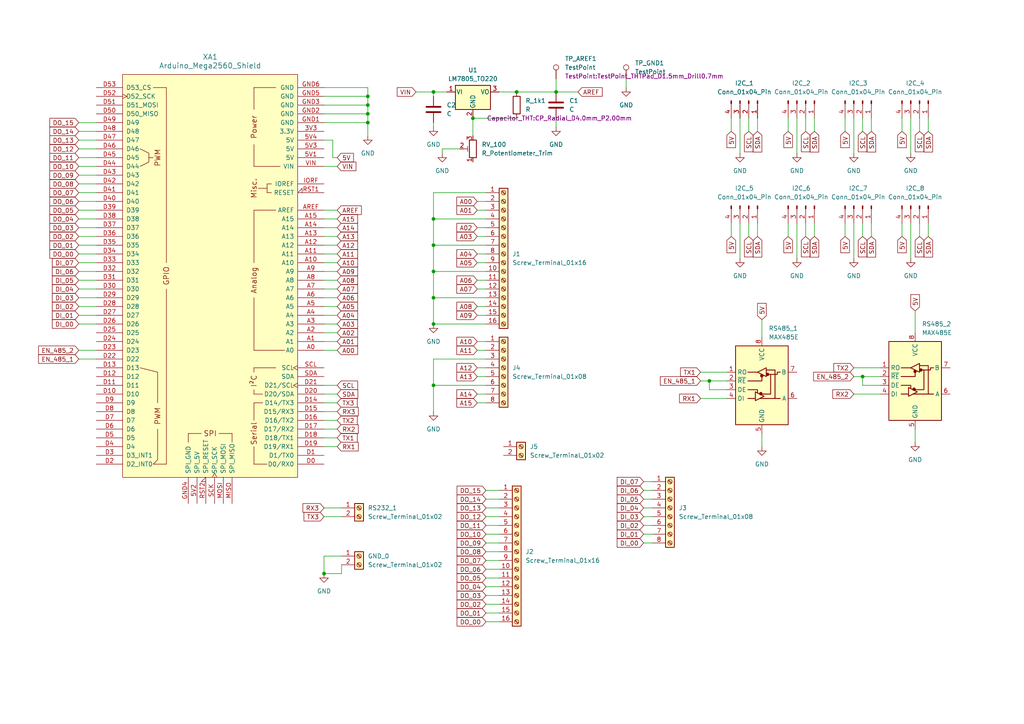
<source format=kicad_sch>
(kicad_sch (version 20230121) (generator eeschema)
  (paper "A4")
  (lib_symbols
    (symbol "Connector:Conn_01x04_Pin" (pin_names (offset 1.016) hide)
      (property "Reference" "J" (at 0 5.08 0))
      (property "Value" "Conn_01x04_Pin" (at 0 -7.62 0))
      (symbol "Conn_01x04_Pin_1_1"
        (pin passive line (at 5.08 2.54 180) (length 3.81) (name "Pin_1") (number "1"))
        (pin passive line (at 5.08 0 180) (length 3.81) (name "Pin_2") (number "2"))
        (pin passive line (at 5.08 -2.54 180) (length 3.81) (name "Pin_3") (number "3"))
        (pin passive line (at 5.08 -5.08 180) (length 3.81) (name "Pin_4") (number "4"))
      )
    )
    (symbol "Connector:Screw_Terminal_01x02" (pin_names (offset 1.016) hide)
      (property "Reference" "J" (at 0 2.54 0))
      (property "Value" "Screw_Terminal_01x02" (at 0 -5.08 0))
      (symbol "Screw_Terminal_01x02_1_1"
        (pin passive line (at -5.08 0 0) (length 3.81) (name "Pin_1") (number "1"))
        (pin passive line (at -5.08 -2.54 0) (length 3.81) (name "Pin_2") (number "2"))
      )
    )
    (symbol "Connector:Screw_Terminal_01x08" (pin_names (offset 1.016) hide)
      (property "Reference" "J" (at 0 10.16 0))
      (property "Value" "Screw_Terminal_01x08" (at 0 -12.7 0))
      (symbol "Screw_Terminal_01x08_1_1"
        (pin passive line (at -5.08 7.62 0) (length 3.81) (name "Pin_1") (number "1"))
        (pin passive line (at -5.08 5.08 0) (length 3.81) (name "Pin_2") (number "2"))
        (pin passive line (at -5.08 2.54 0) (length 3.81) (name "Pin_3") (number "3"))
        (pin passive line (at -5.08 0 0) (length 3.81) (name "Pin_4") (number "4"))
        (pin passive line (at -5.08 -2.54 0) (length 3.81) (name "Pin_5") (number "5"))
        (pin passive line (at -5.08 -5.08 0) (length 3.81) (name "Pin_6") (number "6"))
        (pin passive line (at -5.08 -7.62 0) (length 3.81) (name "Pin_7") (number "7"))
        (pin passive line (at -5.08 -10.16 0) (length 3.81) (name "Pin_8") (number "8"))
      )
    )
    (symbol "Connector:Screw_Terminal_01x16" (pin_names (offset 1.016) hide)
      (property "Reference" "J" (at 0 20.32 0))
      (property "Value" "Screw_Terminal_01x16" (at 0 -22.86 0))
      (symbol "Screw_Terminal_01x16_1_1"
        (pin passive line (at -5.08 17.78 0) (length 3.81) (name "Pin_1") (number "1"))
        (pin passive line (at -5.08 -5.08 0) (length 3.81) (name "Pin_10") (number "10"))
        (pin passive line (at -5.08 -7.62 0) (length 3.81) (name "Pin_11") (number "11"))
        (pin passive line (at -5.08 -10.16 0) (length 3.81) (name "Pin_12") (number "12"))
        (pin passive line (at -5.08 -12.7 0) (length 3.81) (name "Pin_13") (number "13"))
        (pin passive line (at -5.08 -15.24 0) (length 3.81) (name "Pin_14") (number "14"))
        (pin passive line (at -5.08 -17.78 0) (length 3.81) (name "Pin_15") (number "15"))
        (pin passive line (at -5.08 -20.32 0) (length 3.81) (name "Pin_16") (number "16"))
        (pin passive line (at -5.08 15.24 0) (length 3.81) (name "Pin_2") (number "2"))
        (pin passive line (at -5.08 12.7 0) (length 3.81) (name "Pin_3") (number "3"))
        (pin passive line (at -5.08 10.16 0) (length 3.81) (name "Pin_4") (number "4"))
        (pin passive line (at -5.08 7.62 0) (length 3.81) (name "Pin_5") (number "5"))
        (pin passive line (at -5.08 5.08 0) (length 3.81) (name "Pin_6") (number "6"))
        (pin passive line (at -5.08 2.54 0) (length 3.81) (name "Pin_7") (number "7"))
        (pin passive line (at -5.08 0 0) (length 3.81) (name "Pin_8") (number "8"))
        (pin passive line (at -5.08 -2.54 0) (length 3.81) (name "Pin_9") (number "9"))
      )
    )
    (symbol "Connector:TestPoint" (pin_numbers hide) (pin_names (offset 0.762) hide)
      (property "Reference" "TP" (at 0 6.858 0))
      (property "Value" "TestPoint" (at 0 5.08 0))
      (symbol "TestPoint_1_1"
        (pin passive line (at 0 0 90) (length 2.54) (name "1") (number "1"))
      )
    )
    (symbol "Device:C" (pin_numbers hide) (pin_names (offset 0.254))
      (property "Reference" "C" (at 0.635 2.54 0))
      (property "Value" "C" (at 0.635 -2.54 0))
      (symbol "C_1_1"
        (pin passive line (at 0 3.81 270) (length 2.794) (name "~") (number "1"))
        (pin passive line (at 0 -3.81 90) (length 2.794) (name "~") (number "2"))
      )
    )
    (symbol "Device:R" (pin_numbers hide) (pin_names (offset 0))
      (property "Reference" "R" (at 2.032 0 90))
      (property "Value" "R" (at 0 0 90))
      (symbol "R_1_1"
        (pin passive line (at 0 3.81 270) (length 1.27) (name "~") (number "1"))
        (pin passive line (at 0 -3.81 90) (length 1.27) (name "~") (number "2"))
      )
    )
    (symbol "Device:R_Potentiometer_Trim" (pin_names (offset 1.016) hide)
      (property "Reference" "RV" (at -4.445 0 90))
      (property "Value" "R_Potentiometer_Trim" (at -2.54 0 90))
      (symbol "R_Potentiometer_Trim_1_1"
        (pin passive line (at 0 3.81 270) (length 1.27) (name "1") (number "1"))
        (pin passive line (at 3.81 0 180) (length 1.27) (name "2") (number "2"))
        (pin passive line (at 0 -3.81 90) (length 1.27) (name "3") (number "3"))
      )
    )
    (symbol "Interface_UART:MAX485E"
      (property "Reference" "U" (at -6.096 11.43 0))
      (property "Value" "MAX485E" (at 0.762 11.43 0))
      (symbol "MAX485E_1_1"
        (pin output line (at -10.16 2.54 0) (length 2.54) (name "RO") (number "1"))
        (pin input line (at -10.16 0 0) (length 2.54) (name "~{RE}") (number "2"))
        (pin input line (at -10.16 -2.54 0) (length 2.54) (name "DE") (number "3"))
        (pin input line (at -10.16 -5.08 0) (length 2.54) (name "DI") (number "4"))
        (pin power_in line (at 0 -15.24 90) (length 2.54) (name "GND") (number "5"))
        (pin bidirectional line (at 10.16 -5.08 180) (length 2.54) (name "A") (number "6"))
        (pin bidirectional line (at 10.16 2.54 180) (length 2.54) (name "B") (number "7"))
        (pin power_in line (at 0 12.7 270) (length 2.54) (name "VCC") (number "8"))
      )
    )
    (symbol "PCM_arduino-library:Arduino_Mega2560_Shield" (pin_names (offset 1.016))
      (property "Reference" "XA" (at 0 -62.23 0))
      (property "Value" "Arduino_Mega2560_Shield" (at 0 -66.04 0))
      (symbol "Arduino_Mega2560_Shield_0_0"
        (text "Analog" (at -12.7 1.27 900) (effects (font (size 1.524 1.524))))
        (text "I²C" (at -12.7 30.48 900) (effects (font (size 1.524 1.524))))
        (text "Misc." (at -12.7 -25.4 900) (effects (font (size 1.524 1.524))))
        (text "Power" (at -12.7 -43.18 900) (effects (font (size 1.524 1.524))))
        (text "PWM" (at 15.24 -34.29 900) (effects (font (size 1.524 1.524))))
        (text "PWM" (at 15.24 40.64 900) (effects (font (size 1.524 1.524))))
        (text "Serial" (at -12.7 45.72 900) (effects (font (size 1.524 1.524))))
        (text "SPI" (at 0 45.72 0) (effects (font (size 1.524 1.524))))
      )
      (symbol "Arduino_Mega2560_Shield_1_0"
        (text "GPIO" (at 12.7 0 900) (effects (font (size 1.524 1.524))))
      )
      (symbol "Arduino_Mega2560_Shield_1_1"
        (pin power_out line (at -33.02 -41.91 0) (length 7.62) (name "3.3V") (number "3V3"))
        (pin power_in line (at -33.02 -34.29 0) (length 7.62) (name "5V") (number "5V1"))
        (pin power_in line (at 3.81 66.04 270) (length 7.62) (name "SPI_5V") (number "5V2"))
        (pin power_in line (at -33.02 -36.83 0) (length 7.62) (name "5V") (number "5V3"))
        (pin power_in line (at -33.02 -39.37 0) (length 7.62) (name "5V") (number "5V4"))
        (pin bidirectional line (at -33.02 21.59 0) (length 7.62) (name "A0") (number "A0"))
        (pin bidirectional line (at -33.02 19.05 0) (length 7.62) (name "A1") (number "A1"))
        (pin bidirectional line (at -33.02 -3.81 0) (length 7.62) (name "A10") (number "A10"))
        (pin bidirectional line (at -33.02 -6.35 0) (length 7.62) (name "A11") (number "A11"))
        (pin bidirectional line (at -33.02 -8.89 0) (length 7.62) (name "A12") (number "A12"))
        (pin bidirectional line (at -33.02 -11.43 0) (length 7.62) (name "A13") (number "A13"))
        (pin bidirectional line (at -33.02 -13.97 0) (length 7.62) (name "A14") (number "A14"))
        (pin bidirectional line (at -33.02 -16.51 0) (length 7.62) (name "A15") (number "A15"))
        (pin bidirectional line (at -33.02 16.51 0) (length 7.62) (name "A2") (number "A2"))
        (pin bidirectional line (at -33.02 13.97 0) (length 7.62) (name "A3") (number "A3"))
        (pin bidirectional line (at -33.02 11.43 0) (length 7.62) (name "A4") (number "A4"))
        (pin bidirectional line (at -33.02 8.89 0) (length 7.62) (name "A5") (number "A5"))
        (pin bidirectional line (at -33.02 6.35 0) (length 7.62) (name "A6") (number "A6"))
        (pin bidirectional line (at -33.02 3.81 0) (length 7.62) (name "A7") (number "A7"))
        (pin bidirectional line (at -33.02 1.27 0) (length 7.62) (name "A8") (number "A8"))
        (pin bidirectional line (at -33.02 -1.27 0) (length 7.62) (name "A9") (number "A9"))
        (pin input line (at -33.02 -19.05 0) (length 7.62) (name "AREF") (number "AREF"))
        (pin bidirectional line (at -33.02 54.61 0) (length 7.62) (name "D0/RX0") (number "D0"))
        (pin bidirectional line (at -33.02 52.07 0) (length 7.62) (name "D1/TX0") (number "D1"))
        (pin bidirectional line (at 33.02 34.29 180) (length 7.62) (name "D10") (number "D10"))
        (pin bidirectional line (at 33.02 31.75 180) (length 7.62) (name "D11") (number "D11"))
        (pin bidirectional line (at 33.02 29.21 180) (length 7.62) (name "D12") (number "D12"))
        (pin bidirectional line (at 33.02 26.67 180) (length 7.62) (name "D13") (number "D13"))
        (pin bidirectional line (at -33.02 36.83 0) (length 7.62) (name "D14/TX3") (number "D14"))
        (pin bidirectional line (at -33.02 39.37 0) (length 7.62) (name "D15/RX3") (number "D15"))
        (pin bidirectional line (at -33.02 41.91 0) (length 7.62) (name "D16/TX2") (number "D16"))
        (pin bidirectional line (at -33.02 44.45 0) (length 7.62) (name "D17/RX2") (number "D17"))
        (pin bidirectional line (at -33.02 46.99 0) (length 7.62) (name "D18/TX1") (number "D18"))
        (pin bidirectional line (at -33.02 49.53 0) (length 7.62) (name "D19/RX1") (number "D19"))
        (pin bidirectional line (at 33.02 54.61 180) (length 7.62) (name "D2_INT0") (number "D2"))
        (pin bidirectional line (at -33.02 34.29 0) (length 7.62) (name "D20/SDA") (number "D20"))
        (pin bidirectional clock (at -33.02 31.75 0) (length 7.62) (name "D21/SCL") (number "D21"))
        (pin bidirectional line (at 33.02 24.13 180) (length 7.62) (name "D22") (number "D22"))
        (pin bidirectional line (at 33.02 21.59 180) (length 7.62) (name "D23") (number "D23"))
        (pin bidirectional line (at 33.02 19.05 180) (length 7.62) (name "D24") (number "D24"))
        (pin bidirectional line (at 33.02 16.51 180) (length 7.62) (name "D25") (number "D25"))
        (pin bidirectional line (at 33.02 13.97 180) (length 7.62) (name "D26") (number "D26"))
        (pin bidirectional line (at 33.02 11.43 180) (length 7.62) (name "D27") (number "D27"))
        (pin bidirectional line (at 33.02 8.89 180) (length 7.62) (name "D28") (number "D28"))
        (pin bidirectional line (at 33.02 6.35 180) (length 7.62) (name "D29") (number "D29"))
        (pin bidirectional line (at 33.02 52.07 180) (length 7.62) (name "D3_INT1") (number "D3"))
        (pin bidirectional line (at 33.02 3.81 180) (length 7.62) (name "D30") (number "D30"))
        (pin bidirectional line (at 33.02 1.27 180) (length 7.62) (name "D31") (number "D31"))
        (pin bidirectional line (at 33.02 -1.27 180) (length 7.62) (name "D32") (number "D32"))
        (pin bidirectional line (at 33.02 -3.81 180) (length 7.62) (name "D33") (number "D33"))
        (pin bidirectional line (at 33.02 -6.35 180) (length 7.62) (name "D34") (number "D34"))
        (pin bidirectional line (at 33.02 -8.89 180) (length 7.62) (name "D35") (number "D35"))
        (pin bidirectional line (at 33.02 -11.43 180) (length 7.62) (name "D36") (number "D36"))
        (pin bidirectional line (at 33.02 -13.97 180) (length 7.62) (name "D37") (number "D37"))
        (pin bidirectional line (at 33.02 -16.51 180) (length 7.62) (name "D38") (number "D38"))
        (pin bidirectional line (at 33.02 -19.05 180) (length 7.62) (name "D39") (number "D39"))
        (pin bidirectional line (at 33.02 49.53 180) (length 7.62) (name "D4") (number "D4"))
        (pin bidirectional line (at 33.02 -21.59 180) (length 7.62) (name "D40") (number "D40"))
        (pin bidirectional line (at 33.02 -24.13 180) (length 7.62) (name "D41") (number "D41"))
        (pin bidirectional line (at 33.02 -26.67 180) (length 7.62) (name "D42") (number "D42"))
        (pin bidirectional line (at 33.02 -29.21 180) (length 7.62) (name "D43") (number "D43"))
        (pin bidirectional line (at 33.02 -31.75 180) (length 7.62) (name "D44") (number "D44"))
        (pin bidirectional line (at 33.02 -34.29 180) (length 7.62) (name "D45") (number "D45"))
        (pin bidirectional line (at 33.02 -36.83 180) (length 7.62) (name "D46") (number "D46"))
        (pin bidirectional line (at 33.02 -39.37 180) (length 7.62) (name "D47") (number "D47"))
        (pin bidirectional line (at 33.02 -41.91 180) (length 7.62) (name "D48") (number "D48"))
        (pin bidirectional line (at 33.02 -44.45 180) (length 7.62) (name "D49") (number "D49"))
        (pin bidirectional line (at 33.02 46.99 180) (length 7.62) (name "D5") (number "D5"))
        (pin bidirectional line (at 33.02 -46.99 180) (length 7.62) (name "D50_MISO") (number "D50"))
        (pin bidirectional line (at 33.02 -49.53 180) (length 7.62) (name "D51_MOSI") (number "D51"))
        (pin bidirectional clock (at 33.02 -52.07 180) (length 7.62) (name "D52_SCK") (number "D52"))
        (pin bidirectional line (at 33.02 -54.61 180) (length 7.62) (name "D53_CS") (number "D53"))
        (pin bidirectional line (at 33.02 44.45 180) (length 7.62) (name "D6") (number "D6"))
        (pin bidirectional line (at 33.02 41.91 180) (length 7.62) (name "D7") (number "D7"))
        (pin bidirectional line (at 33.02 39.37 180) (length 7.62) (name "D8") (number "D8"))
        (pin bidirectional line (at 33.02 36.83 180) (length 7.62) (name "D9") (number "D9"))
        (pin power_in line (at -33.02 -44.45 0) (length 7.62) (name "GND") (number "GND1"))
        (pin power_in line (at -33.02 -46.99 0) (length 7.62) (name "GND") (number "GND2"))
        (pin power_in line (at -33.02 -49.53 0) (length 7.62) (name "GND") (number "GND3"))
        (pin power_in line (at 6.35 66.04 270) (length 7.62) (name "SPI_GND") (number "GND4"))
        (pin power_in line (at -33.02 -52.07 0) (length 7.62) (name "GND") (number "GND5"))
        (pin power_in line (at -33.02 -54.61 0) (length 7.62) (name "GND") (number "GND6"))
        (pin output line (at -33.02 -26.67 0) (length 7.62) (name "IOREF") (number "IORF"))
        (pin input line (at -6.35 66.04 270) (length 7.62) (name "SPI_MISO") (number "MISO"))
        (pin output line (at -3.81 66.04 270) (length 7.62) (name "SPI_MOSI") (number "MOSI"))
        (pin open_collector input_low (at -33.02 -24.13 0) (length 7.62) (name "RESET") (number "RST1"))
        (pin open_collector input_low (at 1.27 66.04 270) (length 7.62) (name "SPI_RESET") (number "RST2"))
        (pin output clock (at -1.27 66.04 270) (length 7.62) (name "SPI_SCK") (number "SCK"))
        (pin bidirectional clock (at -33.02 26.67 0) (length 7.62) (name "SCL") (number "SCL"))
        (pin bidirectional line (at -33.02 29.21 0) (length 7.62) (name "SDA") (number "SDA"))
        (pin power_in line (at -33.02 -31.75 0) (length 7.62) (name "VIN") (number "VIN"))
      )
    )
    (symbol "Regulator_Linear:LM7805_TO220" (pin_names (offset 0.254))
      (property "Reference" "U" (at -3.81 3.175 0))
      (property "Value" "LM7805_TO220" (at 0 3.175 0))
      (symbol "LM7805_TO220_1_1"
        (pin power_in line (at -7.62 0 0) (length 2.54) (name "VI") (number "1"))
        (pin power_in line (at 0 -7.62 90) (length 2.54) (name "GND") (number "2"))
        (pin power_out line (at 7.62 0 180) (length 2.54) (name "VO") (number "3"))
      )
    )
    (symbol "power:GND" (power) (pin_names (offset 0))
      (property "Value" "GND" (at 0 -3.81 0))
      (symbol "GND_1_1"
        (pin power_in line (at 0 0 270) (length 0) hide (name "GND") (number "1"))
      )
    )
  )
  (junction (at 106.68 27.94))
  (junction (at 106.68 35.56))
  (junction (at 125.73 111.76))
  (junction (at 250.19 109.22))
  (junction (at 137.16 34.29))
  (junction (at 106.68 33.02))
  (junction (at 125.73 86.36))
  (junction (at 149.86 26.67))
  (junction (at 125.73 26.67))
  (junction (at 125.73 71.12))
  (junction (at 125.73 63.5))
  (junction (at 125.73 78.74))
  (junction (at 125.73 93.98))
  (junction (at 106.68 30.48))
  (junction (at 93.98 166.37))
  (junction (at 205.74 110.49))
  (junction (at 161.29 26.67))
  (wire (pts (xy 93.98 33.02) (xy 106.68 33.02)))
  (wire (pts (xy 128.27 43.18) (xy 128.27 44.45)))
  (wire (pts (xy 186.69 142.24) (xy 189.23 142.24)))
  (wire (pts (xy 140.97 165.1) (xy 144.78 165.1)))
  (wire (pts (xy 93.98 161.29) (xy 93.98 166.37)))
  (wire (pts (xy 93.98 83.82) (xy 97.79 83.82)))
  (wire (pts (xy 125.73 26.67) (xy 125.73 27.94)))
  (wire (pts (xy 22.86 91.44) (xy 27.94 91.44)))
  (wire (pts (xy 220.98 92.71) (xy 220.98 97.79)))
  (wire (pts (xy 93.98 147.32) (xy 99.06 147.32)))
  (wire (pts (xy 138.43 68.58) (xy 140.97 68.58)))
  (wire (pts (xy 22.86 104.14) (xy 27.94 104.14)))
  (wire (pts (xy 22.86 60.96) (xy 27.94 60.96)))
  (wire (pts (xy 186.69 144.78) (xy 189.23 144.78)))
  (wire (pts (xy 210.82 113.03) (xy 205.74 113.03)))
  (wire (pts (xy 219.71 34.29) (xy 219.71 38.1)))
  (wire (pts (xy 250.19 34.29) (xy 250.19 38.1)))
  (wire (pts (xy 203.2 110.49) (xy 205.74 110.49)))
  (wire (pts (xy 247.65 114.3) (xy 255.27 114.3)))
  (wire (pts (xy 203.2 115.57) (xy 210.82 115.57)))
  (wire (pts (xy 138.43 58.42) (xy 140.97 58.42)))
  (wire (pts (xy 93.98 129.54) (xy 97.79 129.54)))
  (wire (pts (xy 93.98 68.58) (xy 97.79 68.58)))
  (wire (pts (xy 93.98 166.37) (xy 99.06 166.37)))
  (wire (pts (xy 106.68 33.02) (xy 106.68 35.56)))
  (wire (pts (xy 125.73 35.56) (xy 125.73 36.83)))
  (wire (pts (xy 214.63 64.77) (xy 214.63 74.93)))
  (wire (pts (xy 228.6 34.29) (xy 228.6 38.1)))
  (wire (pts (xy 255.27 111.76) (xy 250.19 111.76)))
  (wire (pts (xy 261.62 64.77) (xy 261.62 68.58)))
  (wire (pts (xy 140.97 111.76) (xy 125.73 111.76)))
  (wire (pts (xy 138.43 66.04) (xy 140.97 66.04)))
  (wire (pts (xy 93.98 81.28) (xy 97.79 81.28)))
  (wire (pts (xy 228.6 64.77) (xy 228.6 68.58)))
  (wire (pts (xy 22.86 86.36) (xy 27.94 86.36)))
  (wire (pts (xy 106.68 25.4) (xy 106.68 27.94)))
  (wire (pts (xy 96.52 45.72) (xy 97.79 45.72)))
  (wire (pts (xy 22.86 35.56) (xy 27.94 35.56)))
  (wire (pts (xy 125.73 55.88) (xy 125.73 63.5)))
  (wire (pts (xy 140.97 63.5) (xy 125.73 63.5)))
  (wire (pts (xy 93.98 116.84) (xy 97.79 116.84)))
  (wire (pts (xy 140.97 175.26) (xy 144.78 175.26)))
  (wire (pts (xy 265.43 124.46) (xy 265.43 128.27)))
  (wire (pts (xy 245.11 64.77) (xy 245.11 68.58)))
  (wire (pts (xy 93.98 127) (xy 97.79 127)))
  (wire (pts (xy 140.97 170.18) (xy 144.78 170.18)))
  (wire (pts (xy 22.86 38.1) (xy 27.94 38.1)))
  (wire (pts (xy 93.98 78.74) (xy 97.79 78.74)))
  (wire (pts (xy 99.06 161.29) (xy 93.98 161.29)))
  (wire (pts (xy 137.16 34.29) (xy 137.16 39.37)))
  (wire (pts (xy 106.68 27.94) (xy 106.68 30.48)))
  (wire (pts (xy 22.86 78.74) (xy 27.94 78.74)))
  (wire (pts (xy 93.98 63.5) (xy 97.79 63.5)))
  (wire (pts (xy 149.86 34.29) (xy 137.16 34.29)))
  (wire (pts (xy 125.73 71.12) (xy 125.73 78.74)))
  (wire (pts (xy 250.19 64.77) (xy 250.19 68.58)))
  (wire (pts (xy 138.43 60.96) (xy 140.97 60.96)))
  (wire (pts (xy 217.17 34.29) (xy 217.17 38.1)))
  (wire (pts (xy 140.97 154.94) (xy 144.78 154.94)))
  (wire (pts (xy 140.97 172.72) (xy 144.78 172.72)))
  (wire (pts (xy 161.29 22.86) (xy 161.29 26.67)))
  (wire (pts (xy 255.27 109.22) (xy 250.19 109.22)))
  (wire (pts (xy 261.62 34.29) (xy 261.62 38.1)))
  (wire (pts (xy 22.86 55.88) (xy 27.94 55.88)))
  (wire (pts (xy 266.7 34.29) (xy 266.7 38.1)))
  (wire (pts (xy 125.73 111.76) (xy 125.73 119.38)))
  (wire (pts (xy 217.17 64.77) (xy 217.17 68.58)))
  (wire (pts (xy 22.86 88.9) (xy 27.94 88.9)))
  (wire (pts (xy 212.09 64.77) (xy 212.09 68.58)))
  (wire (pts (xy 93.98 101.6) (xy 97.79 101.6)))
  (wire (pts (xy 22.86 48.26) (xy 27.94 48.26)))
  (wire (pts (xy 93.98 86.36) (xy 97.79 86.36)))
  (wire (pts (xy 125.73 78.74) (xy 125.73 86.36)))
  (wire (pts (xy 93.98 27.94) (xy 106.68 27.94)))
  (wire (pts (xy 138.43 99.06) (xy 140.97 99.06)))
  (wire (pts (xy 138.43 76.2) (xy 140.97 76.2)))
  (wire (pts (xy 22.86 73.66) (xy 27.94 73.66)))
  (wire (pts (xy 125.73 63.5) (xy 125.73 71.12)))
  (wire (pts (xy 220.98 125.73) (xy 220.98 129.54)))
  (wire (pts (xy 264.16 34.29) (xy 264.16 44.45)))
  (wire (pts (xy 233.68 64.77) (xy 233.68 68.58)))
  (wire (pts (xy 125.73 104.14) (xy 125.73 111.76)))
  (wire (pts (xy 93.98 96.52) (xy 97.79 96.52)))
  (wire (pts (xy 144.78 26.67) (xy 149.86 26.67)))
  (wire (pts (xy 140.97 167.64) (xy 144.78 167.64)))
  (wire (pts (xy 250.19 111.76) (xy 250.19 109.22)))
  (wire (pts (xy 22.86 71.12) (xy 27.94 71.12)))
  (wire (pts (xy 140.97 149.86) (xy 144.78 149.86)))
  (wire (pts (xy 138.43 73.66) (xy 140.97 73.66)))
  (wire (pts (xy 93.98 91.44) (xy 97.79 91.44)))
  (wire (pts (xy 161.29 34.29) (xy 161.29 36.83)))
  (wire (pts (xy 22.86 68.58) (xy 27.94 68.58)))
  (wire (pts (xy 22.86 40.64) (xy 27.94 40.64)))
  (wire (pts (xy 265.43 90.17) (xy 265.43 96.52)))
  (wire (pts (xy 22.86 43.18) (xy 27.94 43.18)))
  (wire (pts (xy 125.73 86.36) (xy 125.73 93.98)))
  (wire (pts (xy 138.43 88.9) (xy 140.97 88.9)))
  (wire (pts (xy 212.09 34.29) (xy 212.09 38.1)))
  (wire (pts (xy 93.98 149.86) (xy 99.06 149.86)))
  (wire (pts (xy 22.86 76.2) (xy 27.94 76.2)))
  (wire (pts (xy 205.74 113.03) (xy 205.74 110.49)))
  (wire (pts (xy 140.97 147.32) (xy 144.78 147.32)))
  (wire (pts (xy 140.97 157.48) (xy 144.78 157.48)))
  (wire (pts (xy 247.65 34.29) (xy 247.65 44.45)))
  (wire (pts (xy 138.43 114.3) (xy 140.97 114.3)))
  (wire (pts (xy 138.43 106.68) (xy 140.97 106.68)))
  (wire (pts (xy 236.22 64.77) (xy 236.22 68.58)))
  (wire (pts (xy 186.69 157.48) (xy 189.23 157.48)))
  (wire (pts (xy 22.86 101.6) (xy 27.94 101.6)))
  (wire (pts (xy 186.69 149.86) (xy 189.23 149.86)))
  (wire (pts (xy 264.16 64.77) (xy 264.16 74.93)))
  (wire (pts (xy 133.35 43.18) (xy 128.27 43.18)))
  (wire (pts (xy 93.98 76.2) (xy 97.79 76.2)))
  (wire (pts (xy 181.61 22.86) (xy 181.61 25.4)))
  (wire (pts (xy 247.65 64.77) (xy 247.65 74.93)))
  (wire (pts (xy 140.97 144.78) (xy 144.78 144.78)))
  (wire (pts (xy 247.65 106.68) (xy 255.27 106.68)))
  (wire (pts (xy 140.97 152.4) (xy 144.78 152.4)))
  (wire (pts (xy 106.68 35.56) (xy 106.68 39.37)))
  (wire (pts (xy 93.98 119.38) (xy 97.79 119.38)))
  (wire (pts (xy 22.86 81.28) (xy 27.94 81.28)))
  (wire (pts (xy 252.73 34.29) (xy 252.73 38.1)))
  (wire (pts (xy 93.98 30.48) (xy 106.68 30.48)))
  (wire (pts (xy 106.68 30.48) (xy 106.68 33.02)))
  (wire (pts (xy 138.43 91.44) (xy 140.97 91.44)))
  (wire (pts (xy 93.98 35.56) (xy 106.68 35.56)))
  (wire (pts (xy 120.65 26.67) (xy 125.73 26.67)))
  (wire (pts (xy 269.24 64.77) (xy 269.24 68.58)))
  (wire (pts (xy 236.22 34.29) (xy 236.22 38.1)))
  (wire (pts (xy 247.65 109.22) (xy 250.19 109.22)))
  (wire (pts (xy 138.43 116.84) (xy 140.97 116.84)))
  (wire (pts (xy 252.73 64.77) (xy 252.73 68.58)))
  (wire (pts (xy 93.98 40.64) (xy 96.52 40.64)))
  (wire (pts (xy 231.14 64.77) (xy 231.14 74.93)))
  (wire (pts (xy 93.98 25.4) (xy 106.68 25.4)))
  (wire (pts (xy 22.86 93.98) (xy 27.94 93.98)))
  (wire (pts (xy 93.98 66.04) (xy 97.79 66.04)))
  (wire (pts (xy 93.98 99.06) (xy 97.79 99.06)))
  (wire (pts (xy 138.43 83.82) (xy 140.97 83.82)))
  (wire (pts (xy 93.98 121.92) (xy 97.79 121.92)))
  (wire (pts (xy 138.43 81.28) (xy 140.97 81.28)))
  (wire (pts (xy 214.63 34.29) (xy 214.63 44.45)))
  (wire (pts (xy 93.98 124.46) (xy 97.79 124.46)))
  (wire (pts (xy 140.97 86.36) (xy 125.73 86.36)))
  (wire (pts (xy 186.69 152.4) (xy 189.23 152.4)))
  (wire (pts (xy 93.98 88.9) (xy 97.79 88.9)))
  (wire (pts (xy 93.98 93.98) (xy 97.79 93.98)))
  (wire (pts (xy 140.97 142.24) (xy 144.78 142.24)))
  (wire (pts (xy 140.97 71.12) (xy 125.73 71.12)))
  (wire (pts (xy 93.98 111.76) (xy 97.79 111.76)))
  (wire (pts (xy 140.97 55.88) (xy 125.73 55.88)))
  (wire (pts (xy 22.86 66.04) (xy 27.94 66.04)))
  (wire (pts (xy 125.73 26.67) (xy 129.54 26.67)))
  (wire (pts (xy 140.97 160.02) (xy 144.78 160.02)))
  (wire (pts (xy 161.29 26.67) (xy 167.64 26.67)))
  (wire (pts (xy 93.98 48.26) (xy 97.79 48.26)))
  (wire (pts (xy 149.86 26.67) (xy 161.29 26.67)))
  (wire (pts (xy 22.86 50.8) (xy 27.94 50.8)))
  (wire (pts (xy 140.97 177.8) (xy 144.78 177.8)))
  (wire (pts (xy 233.68 34.29) (xy 233.68 38.1)))
  (wire (pts (xy 93.98 60.96) (xy 97.79 60.96)))
  (wire (pts (xy 125.73 93.98) (xy 140.97 93.98)))
  (wire (pts (xy 22.86 58.42) (xy 27.94 58.42)))
  (wire (pts (xy 186.69 147.32) (xy 189.23 147.32)))
  (wire (pts (xy 22.86 53.34) (xy 27.94 53.34)))
  (wire (pts (xy 22.86 45.72) (xy 27.94 45.72)))
  (wire (pts (xy 231.14 34.29) (xy 231.14 44.45)))
  (wire (pts (xy 93.98 114.3) (xy 97.79 114.3)))
  (wire (pts (xy 22.86 63.5) (xy 27.94 63.5)))
  (wire (pts (xy 269.24 34.29) (xy 269.24 38.1)))
  (wire (pts (xy 93.98 71.12) (xy 97.79 71.12)))
  (wire (pts (xy 99.06 166.37) (xy 99.06 163.83)))
  (wire (pts (xy 186.69 139.7) (xy 189.23 139.7)))
  (wire (pts (xy 138.43 101.6) (xy 140.97 101.6)))
  (wire (pts (xy 140.97 104.14) (xy 125.73 104.14)))
  (wire (pts (xy 205.74 110.49) (xy 210.82 110.49)))
  (wire (pts (xy 203.2 107.95) (xy 210.82 107.95)))
  (wire (pts (xy 96.52 40.64) (xy 96.52 45.72)))
  (wire (pts (xy 245.11 34.29) (xy 245.11 38.1)))
  (wire (pts (xy 266.7 64.77) (xy 266.7 68.58)))
  (wire (pts (xy 140.97 162.56) (xy 144.78 162.56)))
  (wire (pts (xy 219.71 64.77) (xy 219.71 68.58)))
  (wire (pts (xy 140.97 180.34) (xy 144.78 180.34)))
  (wire (pts (xy 22.86 83.82) (xy 27.94 83.82)))
  (wire (pts (xy 140.97 78.74) (xy 125.73 78.74)))
  (wire (pts (xy 138.43 109.22) (xy 140.97 109.22)))
  (wire (pts (xy 186.69 154.94) (xy 189.23 154.94)))
  (wire (pts (xy 93.98 73.66) (xy 97.79 73.66)))
  (global_label "RX1" (shape input) (at 203.2 115.57 180) (property "Intersheetrefs" "${INTERSHEET_REFS}" (effects hide)))
  (global_label "A10" (shape input) (at 97.79 76.2 0) (property "Intersheetrefs" "${INTERSHEET_REFS}" (effects hide)))
  (global_label "DO_10" (shape input) (at 140.97 154.94 180) (property "Intersheetrefs" "${INTERSHEET_REFS}" (effects hide)))
  (global_label "SCL" (shape input) (at 233.68 68.58 270) (property "Intersheetrefs" "${INTERSHEET_REFS}" (effects hide)))
  (global_label "DO_07" (shape input) (at 22.86 55.88 180) (property "Intersheetrefs" "${INTERSHEET_REFS}" (effects hide)))
  (global_label "SDA" (shape input) (at 252.73 38.1 270) (property "Intersheetrefs" "${INTERSHEET_REFS}" (effects hide)))
  (global_label "A11" (shape input) (at 138.43 101.6 180) (property "Intersheetrefs" "${INTERSHEET_REFS}" (effects hide)))
  (global_label "DI_06" (shape input) (at 22.86 78.74 180) (property "Intersheetrefs" "${INTERSHEET_REFS}" (effects hide)))
  (global_label "DO_15" (shape input) (at 140.97 142.24 180) (property "Intersheetrefs" "${INTERSHEET_REFS}" (effects hide)))
  (global_label "DI_04" (shape input) (at 22.86 83.82 180) (property "Intersheetrefs" "${INTERSHEET_REFS}" (effects hide)))
  (global_label "A02" (shape input) (at 97.79 96.52 0) (property "Intersheetrefs" "${INTERSHEET_REFS}" (effects hide)))
  (global_label "A08" (shape input) (at 138.43 88.9 180) (property "Intersheetrefs" "${INTERSHEET_REFS}" (effects hide)))
  (global_label "SCL" (shape input) (at 250.19 68.58 270) (property "Intersheetrefs" "${INTERSHEET_REFS}" (effects hide)))
  (global_label "TX1" (shape input) (at 203.2 107.95 180) (property "Intersheetrefs" "${INTERSHEET_REFS}" (effects hide)))
  (global_label "5V" (shape input) (at 212.09 38.1 270) (property "Intersheetrefs" "${INTERSHEET_REFS}" (effects hide)))
  (global_label "A07" (shape input) (at 138.43 83.82 180) (property "Intersheetrefs" "${INTERSHEET_REFS}" (effects hide)))
  (global_label "A07" (shape input) (at 97.79 83.82 0) (property "Intersheetrefs" "${INTERSHEET_REFS}" (effects hide)))
  (global_label "A14" (shape input) (at 138.43 114.3 180) (property "Intersheetrefs" "${INTERSHEET_REFS}" (effects hide)))
  (global_label "TX2" (shape input) (at 97.79 121.92 0) (property "Intersheetrefs" "${INTERSHEET_REFS}" (effects hide)))
  (global_label "DO_08" (shape input) (at 22.86 53.34 180) (property "Intersheetrefs" "${INTERSHEET_REFS}" (effects hide)))
  (global_label "A08" (shape input) (at 97.79 81.28 0) (property "Intersheetrefs" "${INTERSHEET_REFS}" (effects hide)))
  (global_label "DI_01" (shape input) (at 22.86 91.44 180) (property "Intersheetrefs" "${INTERSHEET_REFS}" (effects hide)))
  (global_label "DI_02" (shape input) (at 186.69 152.4 180) (property "Intersheetrefs" "${INTERSHEET_REFS}" (effects hide)))
  (global_label "DO_07" (shape input) (at 140.97 162.56 180) (property "Intersheetrefs" "${INTERSHEET_REFS}" (effects hide)))
  (global_label "DO_08" (shape input) (at 140.97 160.02 180) (property "Intersheetrefs" "${INTERSHEET_REFS}" (effects hide)))
  (global_label "DO_14" (shape input) (at 140.97 144.78 180) (property "Intersheetrefs" "${INTERSHEET_REFS}" (effects hide)))
  (global_label "SDA" (shape input) (at 219.71 68.58 270) (property "Intersheetrefs" "${INTERSHEET_REFS}" (effects hide)))
  (global_label "EN_485_2" (shape input) (at 22.86 101.6 180) (property "Intersheetrefs" "${INTERSHEET_REFS}" (effects hide)))
  (global_label "TX1" (shape input) (at 97.79 127 0) (property "Intersheetrefs" "${INTERSHEET_REFS}" (effects hide)))
  (global_label "SDA" (shape input) (at 97.79 114.3 0) (property "Intersheetrefs" "${INTERSHEET_REFS}" (effects hide)))
  (global_label "A00" (shape input) (at 138.43 58.42 180) (property "Intersheetrefs" "${INTERSHEET_REFS}" (effects hide)))
  (global_label "DO_05" (shape input) (at 140.97 167.64 180) (property "Intersheetrefs" "${INTERSHEET_REFS}" (effects hide)))
  (global_label "SCL" (shape input) (at 266.7 68.58 270) (property "Intersheetrefs" "${INTERSHEET_REFS}" (effects hide)))
  (global_label "A13" (shape input) (at 138.43 109.22 180) (property "Intersheetrefs" "${INTERSHEET_REFS}" (effects hide)))
  (global_label "A03" (shape input) (at 138.43 68.58 180) (property "Intersheetrefs" "${INTERSHEET_REFS}" (effects hide)))
  (global_label "A09" (shape input) (at 138.43 91.44 180) (property "Intersheetrefs" "${INTERSHEET_REFS}" (effects hide)))
  (global_label "SCL" (shape input) (at 217.17 68.58 270) (property "Intersheetrefs" "${INTERSHEET_REFS}" (effects hide)))
  (global_label "RX1" (shape input) (at 97.79 129.54 0) (property "Intersheetrefs" "${INTERSHEET_REFS}" (effects hide)))
  (global_label "SCL" (shape input) (at 266.7 38.1 270) (property "Intersheetrefs" "${INTERSHEET_REFS}" (effects hide)))
  (global_label "A09" (shape input) (at 97.79 78.74 0) (property "Intersheetrefs" "${INTERSHEET_REFS}" (effects hide)))
  (global_label "DI_05" (shape input) (at 186.69 144.78 180) (property "Intersheetrefs" "${INTERSHEET_REFS}" (effects hide)))
  (global_label "A05" (shape input) (at 138.43 76.2 180) (property "Intersheetrefs" "${INTERSHEET_REFS}" (effects hide)))
  (global_label "DO_03" (shape input) (at 22.86 66.04 180) (property "Intersheetrefs" "${INTERSHEET_REFS}" (effects hide)))
  (global_label "TX3" (shape input) (at 97.79 116.84 0) (property "Intersheetrefs" "${INTERSHEET_REFS}" (effects hide)))
  (global_label "DO_09" (shape input) (at 22.86 50.8 180) (property "Intersheetrefs" "${INTERSHEET_REFS}" (effects hide)))
  (global_label "DO_10" (shape input) (at 22.86 48.26 180) (property "Intersheetrefs" "${INTERSHEET_REFS}" (effects hide)))
  (global_label "SCL" (shape input) (at 97.79 111.76 0) (property "Intersheetrefs" "${INTERSHEET_REFS}" (effects hide)))
  (global_label "A12" (shape input) (at 138.43 106.68 180) (property "Intersheetrefs" "${INTERSHEET_REFS}" (effects hide)))
  (global_label "DI_07" (shape input) (at 22.86 76.2 180) (property "Intersheetrefs" "${INTERSHEET_REFS}" (effects hide)))
  (global_label "AREF" (shape input) (at 167.64 26.67 0) (property "Intersheetrefs" "${INTERSHEET_REFS}" (effects hide)))
  (global_label "DO_01" (shape input) (at 140.97 177.8 180) (property "Intersheetrefs" "${INTERSHEET_REFS}" (effects hide)))
  (global_label "SDA" (shape input) (at 269.24 68.58 270) (property "Intersheetrefs" "${INTERSHEET_REFS}" (effects hide)))
  (global_label "SCL" (shape input) (at 217.17 38.1 270) (property "Intersheetrefs" "${INTERSHEET_REFS}" (effects hide)))
  (global_label "DI_00" (shape input) (at 22.86 93.98 180) (property "Intersheetrefs" "${INTERSHEET_REFS}" (effects hide)))
  (global_label "DO_02" (shape input) (at 22.86 68.58 180) (property "Intersheetrefs" "${INTERSHEET_REFS}" (effects hide)))
  (global_label "A04" (shape input) (at 138.43 73.66 180) (property "Intersheetrefs" "${INTERSHEET_REFS}" (effects hide)))
  (global_label "RX2" (shape input) (at 97.79 124.46 0) (property "Intersheetrefs" "${INTERSHEET_REFS}" (effects hide)))
  (global_label "DO_03" (shape input) (at 140.97 172.72 180) (property "Intersheetrefs" "${INTERSHEET_REFS}" (effects hide)))
  (global_label "DI_06" (shape input) (at 186.69 142.24 180) (property "Intersheetrefs" "${INTERSHEET_REFS}" (effects hide)))
  (global_label "DO_15" (shape input) (at 22.86 35.56 180) (property "Intersheetrefs" "${INTERSHEET_REFS}" (effects hide)))
  (global_label "TX3" (shape input) (at 93.98 149.86 180) (property "Intersheetrefs" "${INTERSHEET_REFS}" (effects hide)))
  (global_label "DO_06" (shape input) (at 140.97 165.1 180) (property "Intersheetrefs" "${INTERSHEET_REFS}" (effects hide)))
  (global_label "DO_12" (shape input) (at 22.86 43.18 180) (property "Intersheetrefs" "${INTERSHEET_REFS}" (effects hide)))
  (global_label "5V" (shape input) (at 212.09 68.58 270) (property "Intersheetrefs" "${INTERSHEET_REFS}" (effects hide)))
  (global_label "A15" (shape input) (at 97.79 63.5 0) (property "Intersheetrefs" "${INTERSHEET_REFS}" (effects hide)))
  (global_label "RX3" (shape input) (at 93.98 147.32 180) (property "Intersheetrefs" "${INTERSHEET_REFS}" (effects hide)))
  (global_label "DO_11" (shape input) (at 140.97 152.4 180) (property "Intersheetrefs" "${INTERSHEET_REFS}" (effects hide)))
  (global_label "VIN" (shape input) (at 120.65 26.67 180) (property "Intersheetrefs" "${INTERSHEET_REFS}" (effects hide)))
  (global_label "A12" (shape input) (at 97.79 71.12 0) (property "Intersheetrefs" "${INTERSHEET_REFS}" (effects hide)))
  (global_label "A04" (shape input) (at 97.79 91.44 0) (property "Intersheetrefs" "${INTERSHEET_REFS}" (effects hide)))
  (global_label "A03" (shape input) (at 97.79 93.98 0) (property "Intersheetrefs" "${INTERSHEET_REFS}" (effects hide)))
  (global_label "5V" (shape input) (at 265.43 90.17 90) (property "Intersheetrefs" "${INTERSHEET_REFS}" (effects hide)))
  (global_label "DO_04" (shape input) (at 22.86 63.5 180) (property "Intersheetrefs" "${INTERSHEET_REFS}" (effects hide)))
  (global_label "DO_09" (shape input) (at 140.97 157.48 180) (property "Intersheetrefs" "${INTERSHEET_REFS}" (effects hide)))
  (global_label "SCL" (shape input) (at 233.68 38.1 270) (property "Intersheetrefs" "${INTERSHEET_REFS}" (effects hide)))
  (global_label "DO_04" (shape input) (at 140.97 170.18 180) (property "Intersheetrefs" "${INTERSHEET_REFS}" (effects hide)))
  (global_label "TX2" (shape input) (at 247.65 106.68 180) (property "Intersheetrefs" "${INTERSHEET_REFS}" (effects hide)))
  (global_label "RX3" (shape input) (at 97.79 119.38 0) (property "Intersheetrefs" "${INTERSHEET_REFS}" (effects hide)))
  (global_label "DI_04" (shape input) (at 186.69 147.32 180) (property "Intersheetrefs" "${INTERSHEET_REFS}" (effects hide)))
  (global_label "DO_11" (shape input) (at 22.86 45.72 180) (property "Intersheetrefs" "${INTERSHEET_REFS}" (effects hide)))
  (global_label "DO_05" (shape input) (at 22.86 60.96 180) (property "Intersheetrefs" "${INTERSHEET_REFS}" (effects hide)))
  (global_label "DO_01" (shape input) (at 22.86 71.12 180) (property "Intersheetrefs" "${INTERSHEET_REFS}" (effects hide)))
  (global_label "A00" (shape input) (at 97.79 101.6 0) (property "Intersheetrefs" "${INTERSHEET_REFS}" (effects hide)))
  (global_label "SDA" (shape input) (at 252.73 68.58 270) (property "Intersheetrefs" "${INTERSHEET_REFS}" (effects hide)))
  (global_label "5V" (shape input) (at 220.98 92.71 90) (property "Intersheetrefs" "${INTERSHEET_REFS}" (effects hide)))
  (global_label "A06" (shape input) (at 138.43 81.28 180) (property "Intersheetrefs" "${INTERSHEET_REFS}" (effects hide)))
  (global_label "EN_485_1" (shape input) (at 22.86 104.14 180) (property "Intersheetrefs" "${INTERSHEET_REFS}" (effects hide)))
  (global_label "5V" (shape input) (at 245.11 68.58 270) (property "Intersheetrefs" "${INTERSHEET_REFS}" (effects hide)))
  (global_label "A10" (shape input) (at 138.43 99.06 180) (property "Intersheetrefs" "${INTERSHEET_REFS}" (effects hide)))
  (global_label "AREF" (shape input) (at 97.79 60.96 0) (property "Intersheetrefs" "${INTERSHEET_REFS}" (effects hide)))
  (global_label "DO_02" (shape input) (at 140.97 175.26 180) (property "Intersheetrefs" "${INTERSHEET_REFS}" (effects hide)))
  (global_label "DI_00" (shape input) (at 186.69 157.48 180) (property "Intersheetrefs" "${INTERSHEET_REFS}" (effects hide)))
  (global_label "A06" (shape input) (at 97.79 86.36 0) (property "Intersheetrefs" "${INTERSHEET_REFS}" (effects hide)))
  (global_label "DI_07" (shape input) (at 186.69 139.7 180) (property "Intersheetrefs" "${INTERSHEET_REFS}" (effects hide)))
  (global_label "DO_13" (shape input) (at 22.86 40.64 180) (property "Intersheetrefs" "${INTERSHEET_REFS}" (effects hide)))
  (global_label "A11" (shape input) (at 97.79 73.66 0) (property "Intersheetrefs" "${INTERSHEET_REFS}" (effects hide)))
  (global_label "A01" (shape input) (at 138.43 60.96 180) (property "Intersheetrefs" "${INTERSHEET_REFS}" (effects hide)))
  (global_label "A15" (shape input) (at 138.43 116.84 180) (property "Intersheetrefs" "${INTERSHEET_REFS}" (effects hide)))
  (global_label "EN_485_1" (shape input) (at 203.2 110.49 180) (property "Intersheetrefs" "${INTERSHEET_REFS}" (effects hide)))
  (global_label "RX2" (shape input) (at 247.65 114.3 180) (property "Intersheetrefs" "${INTERSHEET_REFS}" (effects hide)))
  (global_label "DI_02" (shape input) (at 22.86 88.9 180) (property "Intersheetrefs" "${INTERSHEET_REFS}" (effects hide)))
  (global_label "A01" (shape input) (at 97.79 99.06 0) (property "Intersheetrefs" "${INTERSHEET_REFS}" (effects hide)))
  (global_label "DI_05" (shape input) (at 22.86 81.28 180) (property "Intersheetrefs" "${INTERSHEET_REFS}" (effects hide)))
  (global_label "DI_01" (shape input) (at 186.69 154.94 180) (property "Intersheetrefs" "${INTERSHEET_REFS}" (effects hide)))
  (global_label "SDA" (shape input) (at 236.22 68.58 270) (property "Intersheetrefs" "${INTERSHEET_REFS}" (effects hide)))
  (global_label "SDA" (shape input) (at 219.71 38.1 270) (property "Intersheetrefs" "${INTERSHEET_REFS}" (effects hide)))
  (global_label "A02" (shape input) (at 138.43 66.04 180) (property "Intersheetrefs" "${INTERSHEET_REFS}" (effects hide)))
  (global_label "5V" (shape input) (at 261.62 38.1 270) (property "Intersheetrefs" "${INTERSHEET_REFS}" (effects hide)))
  (global_label "EN_485_2" (shape input) (at 247.65 109.22 180) (property "Intersheetrefs" "${INTERSHEET_REFS}" (effects hide)))
  (global_label "SDA" (shape input) (at 236.22 38.1 270) (property "Intersheetrefs" "${INTERSHEET_REFS}" (effects hide)))
  (global_label "DI_03" (shape input) (at 186.69 149.86 180) (property "Intersheetrefs" "${INTERSHEET_REFS}" (effects hide)))
  (global_label "5V" (shape input) (at 245.11 38.1 270) (property "Intersheetrefs" "${INTERSHEET_REFS}" (effects hide)))
  (global_label "DO_00" (shape input) (at 140.97 180.34 180) (property "Intersheetrefs" "${INTERSHEET_REFS}" (effects hide)))
  (global_label "A14" (shape input) (at 97.79 66.04 0) (property "Intersheetrefs" "${INTERSHEET_REFS}" (effects hide)))
  (global_label "DO_12" (shape input) (at 140.97 149.86 180) (property "Intersheetrefs" "${INTERSHEET_REFS}" (effects hide)))
  (global_label "5V" (shape input) (at 228.6 68.58 270) (property "Intersheetrefs" "${INTERSHEET_REFS}" (effects hide)))
  (global_label "SDA" (shape input) (at 269.24 38.1 270) (property "Intersheetrefs" "${INTERSHEET_REFS}" (effects hide)))
  (global_label "5V" (shape input) (at 261.62 68.58 270) (property "Intersheetrefs" "${INTERSHEET_REFS}" (effects hide)))
  (global_label "DO_00" (shape input) (at 22.86 73.66 180) (property "Intersheetrefs" "${INTERSHEET_REFS}" (effects hide)))
  (global_label "DO_14" (shape input) (at 22.86 38.1 180) (property "Intersheetrefs" "${INTERSHEET_REFS}" (effects hide)))
  (global_label "A05" (shape input) (at 97.79 88.9 0) (property "Intersheetrefs" "${INTERSHEET_REFS}" (effects hide)))
  (global_label "SCL" (shape input) (at 250.19 38.1 270) (property "Intersheetrefs" "${INTERSHEET_REFS}" (effects hide)))
  (global_label "DO_13" (shape input) (at 140.97 147.32 180) (property "Intersheetrefs" "${INTERSHEET_REFS}" (effects hide)))
  (global_label "VIN" (shape input) (at 97.79 48.26 0) (property "Intersheetrefs" "${INTERSHEET_REFS}" (effects hide)))
  (global_label "5V" (shape input) (at 228.6 38.1 270) (property "Intersheetrefs" "${INTERSHEET_REFS}" (effects hide)))
  (global_label "DI_03" (shape input) (at 22.86 86.36 180) (property "Intersheetrefs" "${INTERSHEET_REFS}" (effects hide)))
  (global_label "DO_06" (shape input) (at 22.86 58.42 180) (property "Intersheetrefs" "${INTERSHEET_REFS}" (effects hide)))
  (global_label "A13" (shape input) (at 97.79 68.58 0) (property "Intersheetrefs" "${INTERSHEET_REFS}" (effects hide)))
  (global_label "5V" (shape input) (at 97.79 45.72 0) (property "Intersheetrefs" "${INTERSHEET_REFS}" (effects hide)))
  (symbol (lib_id "Connector:Conn_01x04_Pin") (at 250.19 29.21 270) (unit 1)
    (property "Reference" "I2C_3" (at 248.92 24.13 90))
    (property "Value" "Conn_01x04_Pin" (at 248.92 26.67 90))
    (property "Footprint" "ScitechKorea:I2C_Socket" (effects hide))
  )
  (symbol (lib_id "power:GND") (at 125.73 119.38 0) (unit 1)
    (property "Reference" "#PWR014" (effects hide))
    (property "Value" "GND" (at 125.73 124.46 0))
  )
  (symbol (lib_id "Connector:Screw_Terminal_01x16") (at 149.86 160.02 0) (unit 1)
    (property "Reference" "J2" (at 152.4 160.02 0) (effects (justify left)))
    (property "Value" "Screw_Terminal_01x16" (at 152.4 162.56 0) (effects (justify left)))
    (property "Footprint" "ScitechKorea:Terminal_16" (effects hide))
  )
  (symbol (lib_id "power:GND") (at 93.98 166.37 0) (unit 1)
    (property "Reference" "#PWR018" (effects hide))
    (property "Value" "GND" (at 93.98 171.45 0))
  )
  (symbol (lib_id "Device:R_Potentiometer_Trim") (at 137.16 43.18 180) (unit 1)
    (property "Reference" "RV_100" (at 139.7 41.91 0) (effects (justify right)))
    (property "Value" "R_Potentiometer_Trim" (at 139.7 44.45 0) (effects (justify right)))
    (property "Footprint" "PCM_Potentiometer_THT_AKL:Potentiometer_Bourns_3296W_Vertical" (effects hide))
  )
  (symbol (lib_id "Interface_UART:MAX485E") (at 220.98 110.49 0) (unit 1)
    (property "Reference" "RS485_1" (at 222.9359 95.25 0) (effects (justify left)))
    (property "Value" "MAX485E" (at 222.9359 97.79 0) (effects (justify left)))
    (property "Footprint" "ScitechKorea:Holder485" (effects hide))
    (property "Datasheet" "https://datasheets.maximintegrated.com/en/ds/MAX1487E-MAX491E.pdf" (effects hide))
  )
  (symbol (lib_id "Connector:Screw_Terminal_01x02") (at 151.13 129.54 0) (unit 1)
    (property "Reference" "J5" (at 153.67 129.54 0) (effects (justify left)))
    (property "Value" "Screw_Terminal_01x02" (at 153.67 132.08 0) (effects (justify left)))
  )
  (symbol (lib_id "power:GND") (at 220.98 129.54 0) (unit 1)
    (property "Reference" "#PWR012" (effects hide))
    (property "Value" "GND" (at 220.98 134.62 0))
  )
  (symbol (lib_id "Connector:Conn_01x04_Pin") (at 217.17 59.69 270) (unit 1)
    (property "Reference" "I2C_5" (at 215.9 54.61 90))
    (property "Value" "Conn_01x04_Pin" (at 215.9 57.15 90))
    (property "Footprint" "ScitechKorea:I2C_Socket" (effects hide))
  )
  (symbol (lib_id "Connector:Conn_01x04_Pin") (at 266.7 59.69 270) (unit 1)
    (property "Reference" "I2C_8" (at 265.43 54.61 90))
    (property "Value" "Conn_01x04_Pin" (at 265.43 57.15 90))
    (property "Footprint" "ScitechKorea:I2C_Socket" (effects hide))
  )
  (symbol (lib_id "PCM_arduino-library:Arduino_Mega2560_Shield") (at 60.96 80.01 180) (unit 1)
    (property "Reference" "XA1" (at 60.96 16.51 0) (effects (font (size 1.524 1.524))))
    (property "Value" "Arduino_Mega2560_Shield" (at 60.96 19.05 0) (effects (font (size 1.524 1.524))))
    (property "Footprint" "ScitechKorea:mega_socket" (effects hide))
    (property "Datasheet" "https://docs.arduino.cc/hardware/mega-2560" (effects hide))
  )
  (symbol (lib_id "Connector:Conn_01x04_Pin") (at 266.7 29.21 270) (unit 1)
    (property "Reference" "I2C_4" (at 265.43 24.13 90))
    (property "Value" "Conn_01x04_Pin" (at 265.43 26.67 90))
    (property "Footprint" "ScitechKorea:I2C_Socket" (effects hide))
  )
  (symbol (lib_id "power:GND") (at 125.73 36.83 0) (unit 1)
    (property "Reference" "#PWR016" (effects hide))
    (property "Value" "GND" (at 125.73 41.91 0))
  )
  (symbol (lib_id "power:GND") (at 128.27 44.45 0) (unit 1)
    (property "Reference" "#PWR01" (effects hide))
    (property "Value" "GND" (at 128.27 49.53 0))
  )
  (symbol (lib_id "Interface_UART:MAX485E") (at 265.43 109.22 0) (unit 1)
    (property "Reference" "RS485_2" (at 267.3859 93.98 0) (effects (justify left)))
    (property "Value" "MAX485E" (at 267.3859 96.52 0) (effects (justify left)))
    (property "Footprint" "ScitechKorea:Holder485" (effects hide))
    (property "Datasheet" "https://datasheets.maximintegrated.com/en/ds/MAX1487E-MAX491E.pdf" (effects hide))
  )
  (symbol (lib_id "power:GND") (at 231.14 44.45 0) (unit 1)
    (property "Reference" "#PWR04" (effects hide))
    (property "Value" "GND" (at 231.14 49.53 0))
  )
  (symbol (lib_id "Connector:Screw_Terminal_01x02") (at 104.14 147.32 0) (unit 1)
    (property "Reference" "RS232_1" (at 106.68 147.32 0) (effects (justify left)))
    (property "Value" "Screw_Terminal_01x02" (at 106.68 149.86 0) (effects (justify left)))
    (property "Footprint" "ScitechKorea:Terminal_02" (effects hide))
  )
  (symbol (lib_id "Connector:TestPoint") (at 161.29 22.86 0) (unit 1)
    (property "Reference" "TP_AREF1" (at 163.83 17.018 0) (effects (justify left)))
    (property "Value" "TestPoint" (at 163.83 19.558 0) (effects (justify left)))
    (property "Footprint" "TestPoint:TestPoint_THTPad_D1.5mm_Drill0.7mm" (at 163.83 22.098 0) (effects (justify left)))
  )
  (symbol (lib_id "power:GND") (at 106.68 39.37 0) (unit 1)
    (property "Reference" "#PWR02" (effects hide))
    (property "Value" "GND" (at 106.68 44.45 0))
  )
  (symbol (lib_id "Device:C") (at 125.73 31.75 0) (unit 1)
    (property "Reference" "C2" (at 129.54 30.48 0) (effects (justify left)))
    (property "Value" "C" (at 129.54 33.02 0) (effects (justify left)))
    (property "Footprint" "Capacitor_THT:CP_Radial_D8.0mm_P3.80mm" (effects hide))
  )
  (symbol (lib_id "power:GND") (at 214.63 44.45 0) (unit 1)
    (property "Reference" "#PWR03" (effects hide))
    (property "Value" "GND" (at 214.63 49.53 0))
  )
  (symbol (lib_id "Device:C") (at 161.29 30.48 0) (unit 1)
    (property "Reference" "C1" (at 165.1 29.21 0) (effects (justify left)))
    (property "Value" "C" (at 165.1 31.75 0) (effects (justify left)))
    (property "Footprint" "Capacitor_THT:CP_Radial_D4.0mm_P2.00mm" (at 162.2552 34.29 0))
  )
  (symbol (lib_id "Connector:Conn_01x04_Pin") (at 233.68 59.69 270) (unit 1)
    (property "Reference" "I2C_6" (at 232.41 54.61 90))
    (property "Value" "Conn_01x04_Pin" (at 232.41 57.15 90))
    (property "Footprint" "ScitechKorea:I2C_Socket" (effects hide))
  )
  (symbol (lib_id "power:GND") (at 231.14 74.93 0) (unit 1)
    (property "Reference" "#PWR08" (effects hide))
    (property "Value" "GND" (at 231.14 80.01 0))
  )
  (symbol (lib_id "Connector:Screw_Terminal_01x08") (at 194.31 147.32 0) (unit 1)
    (property "Reference" "J3" (at 196.85 147.32 0) (effects (justify left)))
    (property "Value" "Screw_Terminal_01x08" (at 196.85 149.86 0) (effects (justify left)))
    (property "Footprint" "ScitechKorea:Terminal_08" (effects hide))
  )
  (symbol (lib_id "power:GND") (at 181.61 25.4 0) (unit 1)
    (property "Reference" "#PWR017" (effects hide))
    (property "Value" "GND" (at 181.61 30.48 0))
  )
  (symbol (lib_id "Connector:Screw_Terminal_01x02") (at 104.14 161.29 0) (unit 1)
    (property "Reference" "GND_0" (at 106.68 161.29 0) (effects (justify left)))
    (property "Value" "Screw_Terminal_01x02" (at 106.68 163.83 0) (effects (justify left)))
    (property "Footprint" "ScitechKorea:Terminal_02" (effects hide))
  )
  (symbol (lib_id "Connector:TestPoint") (at 181.61 22.86 0) (unit 1)
    (property "Reference" "TP_GND1" (at 184.15 18.288 0) (effects (justify left)))
    (property "Value" "TestPoint" (at 184.15 20.828 0) (effects (justify left)))
    (property "Footprint" "TestPoint:TestPoint_THTPad_1.5x1.5mm_Drill0.7mm" (effects hide))
  )
  (symbol (lib_id "Connector:Conn_01x04_Pin") (at 250.19 59.69 270) (unit 1)
    (property "Reference" "I2C_7" (at 248.92 54.61 90))
    (property "Value" "Conn_01x04_Pin" (at 248.92 57.15 90))
    (property "Footprint" "ScitechKorea:I2C_Socket" (effects hide))
  )
  (symbol (lib_id "power:GND") (at 247.65 44.45 0) (unit 1)
    (property "Reference" "#PWR05" (effects hide))
    (property "Value" "GND" (at 247.65 49.53 0))
  )
  (symbol (lib_id "Connector:Conn_01x04_Pin") (at 233.68 29.21 270) (unit 1)
    (property "Reference" "I2C_2" (at 232.41 24.13 90))
    (property "Value" "Conn_01x04_Pin" (at 232.41 26.67 90))
    (property "Footprint" "ScitechKorea:I2C_Socket" (effects hide))
  )
  (symbol (lib_id "power:GND") (at 161.29 36.83 0) (unit 1)
    (property "Reference" "#PWR015" (effects hide))
    (property "Value" "GND" (at 161.29 41.91 0))
  )
  (symbol (lib_id "power:GND") (at 125.73 93.98 0) (unit 1)
    (property "Reference" "#PWR013" (effects hide))
    (property "Value" "GND" (at 125.73 99.06 0))
  )
  (symbol (lib_id "Connector:Conn_01x04_Pin") (at 217.17 29.21 270) (unit 1)
    (property "Reference" "I2C_1" (at 215.9 24.13 90))
    (property "Value" "Conn_01x04_Pin" (at 215.9 26.67 90))
    (property "Footprint" "ScitechKorea:I2C_Socket" (effects hide))
  )
  (symbol (lib_id "power:GND") (at 247.65 74.93 0) (unit 1)
    (property "Reference" "#PWR09" (effects hide))
    (property "Value" "GND" (at 247.65 80.01 0))
  )
  (symbol (lib_id "power:GND") (at 214.63 74.93 0) (unit 1)
    (property "Reference" "#PWR07" (effects hide))
    (property "Value" "GND" (at 214.63 80.01 0))
  )
  (symbol (lib_id "power:GND") (at 264.16 44.45 0) (unit 1)
    (property "Reference" "#PWR06" (effects hide))
    (property "Value" "GND" (at 264.16 49.53 0))
  )
  (symbol (lib_id "Regulator_Linear:LM7805_TO220") (at 137.16 26.67 0) (unit 1)
    (property "Reference" "U1" (at 137.16 20.32 0))
    (property "Value" "LM7805_TO220" (at 137.16 22.86 0))
    (property "Footprint" "Package_TO_SOT_THT:TO-220-3_Vertical" (effects hide))
    (property "Datasheet" "https://www.onsemi.cn/PowerSolutions/document/MC7800-D.PDF" (effects hide))
  )
  (symbol (lib_id "power:GND") (at 265.43 128.27 0) (unit 1)
    (property "Reference" "#PWR011" (effects hide))
    (property "Value" "GND" (at 265.43 133.35 0))
  )
  (symbol (lib_id "Device:R") (at 149.86 30.48 0) (unit 1)
    (property "Reference" "R_1k1" (at 152.4 29.21 0) (effects (justify left)))
    (property "Value" "R" (at 152.4 31.75 0) (effects (justify left)))
    (property "Footprint" "PCM_Resistor_THT_AKL_Double:R_Axial_DIN0207_L6.3mm_D2.5mm_P10.16mm_Horizontal" (effects hide))
  )
  (symbol (lib_id "power:GND") (at 264.16 74.93 0) (unit 1)
    (property "Reference" "#PWR010" (effects hide))
    (property "Value" "GND" (at 264.16 80.01 0))
  )
  (symbol (lib_id "Connector:Screw_Terminal_01x16") (at 146.05 73.66 0) (unit 1)
    (property "Reference" "J1" (at 148.59 73.66 0) (effects (justify left)))
    (property "Value" "Screw_Terminal_01x16" (at 148.59 76.2 0) (effects (justify left)))
    (property "Footprint" "ScitechKorea:Terminal_16" (effects hide))
  )
  (symbol (lib_id "Connector:Screw_Terminal_01x08") (at 146.05 106.68 0) (unit 1)
    (property "Reference" "J4" (at 148.59 106.68 0) (effects (justify left)))
    (property "Value" "Screw_Terminal_01x08" (at 148.59 109.22 0) (effects (justify left)))
    (property "Footprint" "ScitechKorea:Terminal_08" (effects hide))
  )
)
</source>
